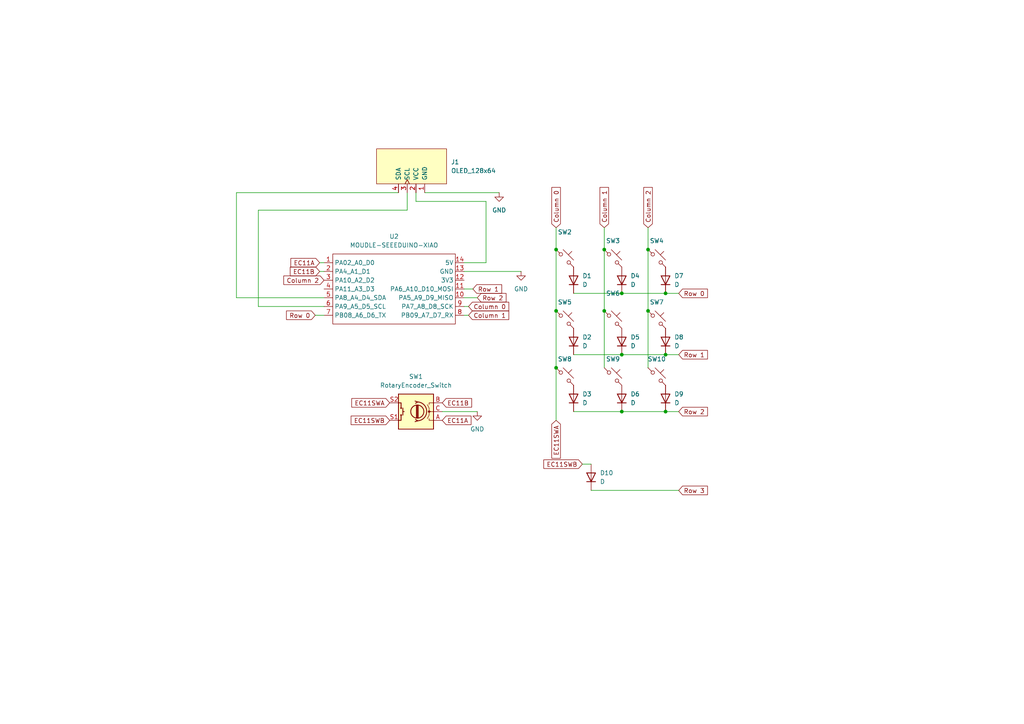
<source format=kicad_sch>
(kicad_sch (version 20231120) (generator "eeschema") (generator_version "8.0")
  (paper "A4")
  (lib_symbols
    (symbol "Device:D" (pin_numbers hide) (pin_names (offset 1.016) hide)
      (property "Reference" "D" (at 0 2.54 0))
      (property "Value" "D" (at 0 -2.54 0))
      (symbol "D_0_1"
        (polyline (pts (xy -1.27 1.27) (xy -1.27 -1.27)) (stroke (width 0.254)))
        (polyline (pts (xy 1.27 0) (xy -1.27 0)))
        (polyline (pts (xy 1.27 1.27) (xy 1.27 -1.27) (xy -1.27 0) (xy 1.27 1.27)) (stroke (width 0.254)))
      )
      (symbol "D_1_1"
        (pin passive line (at -3.81 0 0) (length 2.54) (name "K") (number "1"))
        (pin passive line (at 3.81 0 180) (length 2.54) (name "A") (number "2"))
      )
    )
    (symbol "Device:RotaryEncoder_Switch" (pin_names (offset 0.254) hide)
      (property "Reference" "SW" (at 0 6.604 0))
      (property "Value" "RotaryEncoder_Switch" (at 0 -6.604 0))
      (symbol "RotaryEncoder_Switch_0_1"
        (rectangle (start -5.08 5.08) (end 5.08 -5.08) (stroke (width 0.254)) (fill (type background)))
        (circle (center -3.81 0) (radius 0.254) (fill (type outline)))
        (circle (center -0.381 0) (radius 1.905) (stroke (width 0.254)))
        (arc (start -0.381 2.667) (mid -3.0988 -0.0635) (end -0.381 -2.794) (stroke (width 0.254)))
        (polyline (pts (xy -0.635 -1.778) (xy -0.635 1.778)) (stroke (width 0.254)))
        (polyline (pts (xy -0.381 -1.778) (xy -0.381 1.778)) (stroke (width 0.254)))
        (polyline (pts (xy -0.127 1.778) (xy -0.127 -1.778)) (stroke (width 0.254)))
        (polyline (pts (xy 3.81 0) (xy 3.429 0)) (stroke (width 0.254)))
        (polyline (pts (xy 3.81 1.016) (xy 3.81 -1.016)) (stroke (width 0.254)))
        (polyline (pts (xy -5.08 -2.54) (xy -3.81 -2.54) (xy -3.81 -2.032)))
        (polyline (pts (xy -5.08 2.54) (xy -3.81 2.54) (xy -3.81 2.032)))
        (polyline (pts (xy 0.254 -3.048) (xy -0.508 -2.794) (xy 0.127 -2.413)) (stroke (width 0.254)))
        (polyline (pts (xy 0.254 2.921) (xy -0.508 2.667) (xy 0.127 2.286)) (stroke (width 0.254)))
        (polyline (pts (xy 5.08 -2.54) (xy 4.318 -2.54) (xy 4.318 -1.016)) (stroke (width 0.254)))
        (polyline (pts (xy 5.08 2.54) (xy 4.318 2.54) (xy 4.318 1.016)) (stroke (width 0.254)))
        (polyline (pts (xy -5.08 0) (xy -3.81 0) (xy -3.81 -1.016) (xy -3.302 -2.032)))
        (polyline (pts (xy -4.318 0) (xy -3.81 0) (xy -3.81 1.016) (xy -3.302 2.032)))
        (circle (center 4.318 -1.016) (radius 0.127) (stroke (width 0.254)))
        (circle (center 4.318 1.016) (radius 0.127) (stroke (width 0.254)))
      )
      (symbol "RotaryEncoder_Switch_1_1"
        (pin passive line (at -7.62 2.54 0) (length 2.54) (name "A") (number "A"))
        (pin passive line (at -7.62 -2.54 0) (length 2.54) (name "B") (number "B"))
        (pin passive line (at -7.62 0 0) (length 2.54) (name "C") (number "C"))
        (pin passive line (at 7.62 2.54 180) (length 2.54) (name "S1") (number "S1"))
        (pin passive line (at 7.62 -2.54 180) (length 2.54) (name "S2") (number "S2"))
      )
    )
    (symbol "MOUDLE-SEEEDUINO-XIAO:MOUDLE-SEEEDUINO-XIAO"
      (property "Reference" "U" (at -16.51 11.43 0))
      (property "Value" "MOUDLE-SEEEDUINO-XIAO" (at -3.81 -11.43 0))
      (symbol "MOUDLE-SEEEDUINO-XIAO_0_1"
        (rectangle (start -16.51 10.16) (end 19.05 -10.16))
      )
      (symbol "MOUDLE-SEEEDUINO-XIAO_1_1"
        (pin passive line (at -19.05 7.62 0) (length 2.54) (name "PA02_A0_D0") (number "1"))
        (pin passive line (at 21.59 -2.54 180) (length 2.54) (name "PA5_A9_D9_MISO") (number "10"))
        (pin passive line (at 21.59 0 180) (length 2.54) (name "PA6_A10_D10_MOSI") (number "11"))
        (pin passive line (at 21.59 2.54 180) (length 2.54) (name "3V3") (number "12"))
        (pin passive line (at 21.59 5.08 180) (length 2.54) (name "GND") (number "13"))
        (pin passive line (at 21.59 7.62 180) (length 2.54) (name "5V") (number "14"))
        (pin passive line (at -19.05 5.08 0) (length 2.54) (name "PA4_A1_D1") (number "2"))
        (pin passive line (at -19.05 2.54 0) (length 2.54) (name "PA10_A2_D2") (number "3"))
        (pin passive line (at -19.05 0 0) (length 2.54) (name "PA11_A3_D3") (number "4"))
        (pin passive line (at -19.05 -2.54 0) (length 2.54) (name "PA8_A4_D4_SDA") (number "5"))
        (pin passive line (at -19.05 -5.08 0) (length 2.54) (name "PA9_A5_D5_SCL") (number "6"))
        (pin passive line (at -19.05 -7.62 0) (length 2.54) (name "PB08_A6_D6_TX") (number "7"))
        (pin passive line (at 21.59 -7.62 180) (length 2.54) (name "PB09_A7_D7_RX") (number "8"))
        (pin passive line (at 21.59 -5.08 180) (length 2.54) (name "PA7_A8_D8_SCK") (number "9"))
      )
    )
    (symbol "ScottoKeebs:OLED_128x64" (pin_names (offset 1.016))
      (property "Reference" "J" (at 0 -11.43 0))
      (property "Value" "OLED_128x64" (at 0 -7.62 0))
      (symbol "OLED_128x64_0_1"
        (rectangle (start 10.16 -10.16) (end -10.16 0) (fill (type background)))
      )
      (symbol "OLED_128x64_1_1"
        (pin power_in line (at -3.81 2.54 270) (length 2.54) (name "GND") (number "1"))
        (pin power_in line (at -1.27 2.54 270) (length 2.54) (name "VCC") (number "2"))
        (pin input clock (at 1.27 2.54 270) (length 2.54) (name "SCL") (number "3"))
        (pin bidirectional line (at 3.81 2.54 270) (length 2.54) (name "SDA") (number "4"))
      )
    )
    (symbol "Switch:SW_Push_45deg" (pin_numbers hide) (pin_names (offset 1.016) hide)
      (property "Reference" "SW" (at 3.048 1.016 0))
      (property "Value" "SW_Push_45deg" (at 0 -3.81 0))
      (symbol "SW_Push_45deg_0_1"
        (circle (center -1.1684 1.1684) (radius 0.508))
        (polyline (pts (xy -0.508 2.54) (xy 2.54 -0.508)))
        (polyline (pts (xy 1.016 1.016) (xy 2.032 2.032)))
        (polyline (pts (xy -2.54 2.54) (xy -1.524 1.524) (xy -1.524 1.524)))
        (polyline (pts (xy 1.524 -1.524) (xy 2.54 -2.54) (xy 2.54 -2.54) (xy 2.54 -2.54)))
        (circle (center 1.143 -1.1938) (radius 0.508))
        (pin passive line (at -2.54 2.54 0) (length 0) (name "1") (number "1"))
        (pin passive line (at 2.54 -2.54 180) (length 0) (name "2") (number "2"))
      )
    )
    (symbol "power:GND" (power) (pin_numbers hide) (pin_names (offset 0) hide)
      (property "Value" "GND" (at 0 -3.81 0))
      (symbol "GND_0_1"
        (polyline (pts (xy 0 0) (xy 0 -1.27) (xy 1.27 -1.27) (xy 0 -2.54) (xy -1.27 -1.27) (xy 0 -1.27)))
      )
      (symbol "GND_1_1"
        (pin power_in line (at 0 0 270) (length 0) (name "~") (number "1"))
      )
    )
  )
  (junction (at 161.29 90.17))
  (junction (at 193.04 119.38))
  (junction (at 180.34 119.38))
  (junction (at 175.26 72.39))
  (junction (at 193.04 85.09))
  (junction (at 161.29 106.68))
  (junction (at 161.29 72.39))
  (junction (at 175.26 90.17))
  (junction (at 193.04 102.87))
  (junction (at 187.96 90.17))
  (junction (at 180.34 85.09))
  (junction (at 187.96 72.39))
  (junction (at 180.34 102.87))
  (wire (pts (xy 161.29 121.92) (xy 161.29 106.68)))
  (wire (pts (xy 161.29 66.04) (xy 161.29 72.39)))
  (wire (pts (xy 180.34 85.09) (xy 193.04 85.09)))
  (wire (pts (xy 135.89 88.9) (xy 134.62 88.9)))
  (wire (pts (xy 166.37 102.87) (xy 180.34 102.87)))
  (wire (pts (xy 115.57 55.88) (xy 68.58 55.88)))
  (wire (pts (xy 180.34 119.38) (xy 193.04 119.38)))
  (wire (pts (xy 196.85 85.09) (xy 193.04 85.09)))
  (wire (pts (xy 92.71 76.2) (xy 93.98 76.2)))
  (wire (pts (xy 92.71 78.74) (xy 93.98 78.74)))
  (wire (pts (xy 137.16 83.82) (xy 134.62 83.82)))
  (wire (pts (xy 120.65 58.42) (xy 140.97 58.42)))
  (wire (pts (xy 118.11 55.88) (xy 118.11 60.96)))
  (wire (pts (xy 140.97 76.2) (xy 134.62 76.2)))
  (wire (pts (xy 135.89 91.44) (xy 134.62 91.44)))
  (wire (pts (xy 118.11 60.96) (xy 74.93 60.96)))
  (wire (pts (xy 187.96 90.17) (xy 187.96 106.68)))
  (wire (pts (xy 161.29 72.39) (xy 161.29 90.17)))
  (wire (pts (xy 187.96 72.39) (xy 187.96 90.17)))
  (wire (pts (xy 166.37 119.38) (xy 180.34 119.38)))
  (wire (pts (xy 187.96 66.04) (xy 187.96 72.39)))
  (wire (pts (xy 180.34 102.87) (xy 193.04 102.87)))
  (wire (pts (xy 68.58 55.88) (xy 68.58 86.36)))
  (wire (pts (xy 175.26 66.04) (xy 175.26 72.39)))
  (wire (pts (xy 161.29 90.17) (xy 161.29 106.68)))
  (wire (pts (xy 74.93 60.96) (xy 74.93 88.9)))
  (wire (pts (xy 175.26 90.17) (xy 175.26 106.68)))
  (wire (pts (xy 68.58 86.36) (xy 93.98 86.36)))
  (wire (pts (xy 196.85 119.38) (xy 193.04 119.38)))
  (wire (pts (xy 175.26 72.39) (xy 175.26 90.17)))
  (wire (pts (xy 138.43 86.36) (xy 134.62 86.36)))
  (wire (pts (xy 166.37 85.09) (xy 180.34 85.09)))
  (wire (pts (xy 123.19 55.88) (xy 144.78 55.88)))
  (wire (pts (xy 168.91 134.62) (xy 171.45 134.62)))
  (wire (pts (xy 74.93 88.9) (xy 93.98 88.9)))
  (wire (pts (xy 128.27 119.38) (xy 138.43 119.38)))
  (wire (pts (xy 91.44 91.44) (xy 93.98 91.44)))
  (wire (pts (xy 120.65 55.88) (xy 120.65 58.42)))
  (wire (pts (xy 134.62 78.74) (xy 151.13 78.74)))
  (wire (pts (xy 140.97 58.42) (xy 140.97 76.2)))
  (wire (pts (xy 196.85 102.87) (xy 193.04 102.87)))
  (wire (pts (xy 196.85 142.24) (xy 171.45 142.24)))
  (global_label "Column 2" (shape input) (at 93.98 81.28 180) (property "Intersheetrefs" "${INTERSHEET_REFS}" (effects (hide yes))))
  (global_label "Row 2" (shape input) (at 196.85 119.38 0) (property "Intersheetrefs" "${INTERSHEET_REFS}" (effects (hide yes))))
  (global_label "Row 1" (shape input) (at 137.16 83.82 0) (property "Intersheetrefs" "${INTERSHEET_REFS}" (effects (hide yes))))
  (global_label "Row 0" (shape input) (at 196.85 85.09 0) (property "Intersheetrefs" "${INTERSHEET_REFS}" (effects (hide yes))))
  (global_label "EC11SWA" (shape input) (at 161.29 121.92 270) (property "Intersheetrefs" "${INTERSHEET_REFS}" (effects (hide yes))))
  (global_label "Column 1" (shape input) (at 135.89 91.44 0) (property "Intersheetrefs" "${INTERSHEET_REFS}" (effects (hide yes))))
  (global_label "EC11A" (shape input) (at 128.27 121.92 0) (property "Intersheetrefs" "${INTERSHEET_REFS}" (effects (hide yes))))
  (global_label "EC11SWA" (shape input) (at 113.03 116.84 180) (property "Intersheetrefs" "${INTERSHEET_REFS}" (effects (hide yes))))
  (global_label "Row 2" (shape input) (at 138.43 86.36 0) (property "Intersheetrefs" "${INTERSHEET_REFS}" (effects (hide yes))))
  (global_label "Column 2" (shape input) (at 187.96 66.04 90) (property "Intersheetrefs" "${INTERSHEET_REFS}" (effects (hide yes))))
  (global_label "EC11SWB" (shape input) (at 113.03 121.92 180) (property "Intersheetrefs" "${INTERSHEET_REFS}" (effects (hide yes))))
  (global_label "Column 0" (shape input) (at 161.29 66.04 90) (property "Intersheetrefs" "${INTERSHEET_REFS}" (effects (hide yes))))
  (global_label "Row 3" (shape input) (at 196.85 142.24 0) (property "Intersheetrefs" "${INTERSHEET_REFS}" (effects (hide yes))))
  (global_label "Row 0" (shape input) (at 91.44 91.44 180) (property "Intersheetrefs" "${INTERSHEET_REFS}" (effects (hide yes))))
  (global_label "EC11B" (shape input) (at 92.71 78.74 180) (property "Intersheetrefs" "${INTERSHEET_REFS}" (effects (hide yes))))
  (global_label "EC11SWB" (shape input) (at 168.91 134.62 180) (property "Intersheetrefs" "${INTERSHEET_REFS}" (effects (hide yes))))
  (global_label "Column 0" (shape input) (at 135.89 88.9 0) (property "Intersheetrefs" "${INTERSHEET_REFS}" (effects (hide yes))))
  (global_label "Row 1" (shape input) (at 196.85 102.87 0) (property "Intersheetrefs" "${INTERSHEET_REFS}" (effects (hide yes))))
  (global_label "EC11B" (shape input) (at 128.27 116.84 0) (property "Intersheetrefs" "${INTERSHEET_REFS}" (effects (hide yes))))
  (global_label "EC11A" (shape input) (at 92.71 76.2 180) (property "Intersheetrefs" "${INTERSHEET_REFS}" (effects (hide yes))))
  (global_label "Column 1" (shape input) (at 175.26 66.04 90) (property "Intersheetrefs" "${INTERSHEET_REFS}" (effects (hide yes))))
  (symbol (lib_id "Switch:SW_Push_45deg") (at 163.83 74.93 0) (unit 1)
    (property "Reference" "SW2" (at 163.83 67.31 0))
    (property "Value" "SW_Push_45deg" (effects (hide yes)))
    (property "Footprint" "Button_Switch_Keyboard:SW_Cherry_MX_1.00u_PCB" (effects (hide yes)))
    (property "Description" "Push button switch, normally open, two pins, 45° tilted" (effects (hide yes)))
  )
  (symbol (lib_id "Device:D") (at 171.45 138.43 90) (unit 1)
    (property "Reference" "D10" (at 173.99 137.1599 90) (effects (justify right)))
    (property "Value" "D" (at 173.99 139.6999 90) (effects (justify right)))
    (property "Footprint" "Diode_THT:D_DO-35_SOD27_P7.62mm_Horizontal" (effects (hide yes)))
    (property "Description" "Diode" (effects (hide yes)))
    (property "Sim.Device" "D" (effects (hide yes)))
    (property "Sim.Pins" "1=K 2=A" (effects (hide yes)))
  )
  (symbol (lib_id "Switch:SW_Push_45deg") (at 163.83 109.22 0) (unit 1)
    (property "Reference" "SW8" (at 163.83 104.14 0))
    (property "Value" "SW_Push_45deg" (effects (hide yes)))
    (property "Footprint" "Button_Switch_Keyboard:SW_Cherry_MX_1.00u_PCB" (effects (hide yes)))
    (property "Description" "Push button switch, normally open, two pins, 45° tilted" (effects (hide yes)))
  )
  (symbol (lib_id "Switch:SW_Push_45deg") (at 190.5 74.93 0) (unit 1)
    (property "Reference" "SW4" (at 190.5 69.85 0))
    (property "Value" "SW_Push_45deg" (effects (hide yes)))
    (property "Footprint" "Button_Switch_Keyboard:SW_Cherry_MX_1.00u_PCB" (effects (hide yes)))
    (property "Description" "Push button switch, normally open, two pins, 45° tilted" (effects (hide yes)))
  )
  (symbol (lib_id "Device:D") (at 166.37 115.57 90) (unit 1)
    (property "Reference" "D3" (at 168.91 114.2999 90) (effects (justify right)))
    (property "Value" "D" (at 168.91 116.8399 90) (effects (justify right)))
    (property "Footprint" "Diode_THT:D_DO-35_SOD27_P7.62mm_Horizontal" (effects (hide yes)))
    (property "Description" "Diode" (effects (hide yes)))
    (property "Sim.Device" "D" (effects (hide yes)))
    (property "Sim.Pins" "1=K 2=A" (effects (hide yes)))
  )
  (symbol (lib_id "Device:D") (at 180.34 99.06 90) (unit 1)
    (property "Reference" "D5" (at 182.88 97.7899 90) (effects (justify right)))
    (property "Value" "D" (at 182.88 100.3299 90) (effects (justify right)))
    (property "Footprint" "Diode_THT:D_DO-35_SOD27_P7.62mm_Horizontal" (effects (hide yes)))
    (property "Description" "Diode" (effects (hide yes)))
    (property "Sim.Device" "D" (effects (hide yes)))
    (property "Sim.Pins" "1=K 2=A" (effects (hide yes)))
  )
  (symbol (lib_id "power:GND") (at 138.43 119.38 0) (unit 1)
    (property "Reference" "#PWR01" (effects (hide yes)))
    (property "Value" "GND" (at 138.43 124.46 0))
    (property "Description" "Power symbol creates a global label with name \"GND\" , ground" (effects (hide yes)))
  )
  (symbol (lib_id "Device:D") (at 193.04 81.28 90) (unit 1)
    (property "Reference" "D7" (at 195.58 80.0099 90) (effects (justify right)))
    (property "Value" "D" (at 195.58 82.5499 90) (effects (justify right)))
    (property "Footprint" "Diode_THT:D_DO-35_SOD27_P7.62mm_Horizontal" (effects (hide yes)))
    (property "Description" "Diode" (effects (hide yes)))
    (property "Sim.Device" "D" (effects (hide yes)))
    (property "Sim.Pins" "1=K 2=A" (effects (hide yes)))
  )
  (symbol (lib_id "Device:D") (at 180.34 81.28 90) (unit 1)
    (property "Reference" "D4" (at 182.88 80.0099 90) (effects (justify right)))
    (property "Value" "D" (at 182.88 82.5499 90) (effects (justify right)))
    (property "Footprint" "Diode_THT:D_DO-35_SOD27_P7.62mm_Horizontal" (effects (hide yes)))
    (property "Description" "Diode" (effects (hide yes)))
    (property "Sim.Device" "D" (effects (hide yes)))
    (property "Sim.Pins" "1=K 2=A" (effects (hide yes)))
  )
  (symbol (lib_id "Device:D") (at 180.34 115.57 90) (unit 1)
    (property "Reference" "D6" (at 182.88 114.2999 90) (effects (justify right)))
    (property "Value" "D" (at 182.88 116.8399 90) (effects (justify right)))
    (property "Footprint" "Diode_THT:D_DO-35_SOD27_P7.62mm_Horizontal" (effects (hide yes)))
    (property "Description" "Diode" (effects (hide yes)))
    (property "Sim.Device" "D" (effects (hide yes)))
    (property "Sim.Pins" "1=K 2=A" (effects (hide yes)))
  )
  (symbol (lib_id "MOUDLE-SEEEDUINO-XIAO:MOUDLE-SEEEDUINO-XIAO") (at 113.03 83.82 0) (unit 1)
    (property "Reference" "U2" (at 114.3 68.58 0))
    (property "Value" "MOUDLE-SEEEDUINO-XIAO" (at 114.3 71.12 0))
    (property "Footprint" "Seeed Studio XIAO Series Library:XIAO-nRF52840-DIP" (effects (hide yes)))
  )
  (symbol (lib_id "Switch:SW_Push_45deg") (at 177.8 74.93 0) (unit 1)
    (property "Reference" "SW3" (at 177.8 69.85 0))
    (property "Value" "SW_Push_45deg" (effects (hide yes)))
    (property "Footprint" "Button_Switch_Keyboard:SW_Cherry_MX_1.00u_PCB" (effects (hide yes)))
    (property "Description" "Push button switch, normally open, two pins, 45° tilted" (effects (hide yes)))
  )
  (symbol (lib_id "power:GND") (at 151.13 78.74 0) (unit 1)
    (property "Reference" "#PWR03" (effects (hide yes)))
    (property "Value" "GND" (at 151.13 83.82 0))
    (property "Description" "Power symbol creates a global label with name \"GND\" , ground" (effects (hide yes)))
  )
  (symbol (lib_id "Device:D") (at 193.04 99.06 90) (unit 1)
    (property "Reference" "D8" (at 195.58 97.7899 90) (effects (justify right)))
    (property "Value" "D" (at 195.58 100.3299 90) (effects (justify right)))
    (property "Footprint" "Diode_THT:D_DO-35_SOD27_P7.62mm_Horizontal" (effects (hide yes)))
    (property "Description" "Diode" (effects (hide yes)))
    (property "Sim.Device" "D" (effects (hide yes)))
    (property "Sim.Pins" "1=K 2=A" (effects (hide yes)))
  )
  (symbol (lib_id "ScottoKeebs:OLED_128x64") (at 119.38 53.34 180) (unit 1)
    (property "Reference" "J1" (at 130.81 46.9899 0) (effects (justify right)))
    (property "Value" "OLED_128x64" (at 130.81 49.5299 0) (effects (justify right)))
    (property "Footprint" "KiCad-SSD1306-0.91-OLED-4pin-128x32.pretty-master:SSD1306-0.91-OLED-4pin-128x32" (effects (hide yes)))
  )
  (symbol (lib_id "Switch:SW_Push_45deg") (at 190.5 92.71 0) (unit 1)
    (property "Reference" "SW7" (at 190.5 87.63 0))
    (property "Value" "SW_Push_45deg" (effects (hide yes)))
    (property "Footprint" "Button_Switch_Keyboard:SW_Cherry_MX_1.00u_PCB" (effects (hide yes)))
    (property "Description" "Push button switch, normally open, two pins, 45° tilted" (effects (hide yes)))
  )
  (symbol (lib_id "Switch:SW_Push_45deg") (at 163.83 92.71 0) (unit 1)
    (property "Reference" "SW5" (at 163.83 87.63 0))
    (property "Value" "SW_Push_45deg" (effects (hide yes)))
    (property "Footprint" "Button_Switch_Keyboard:SW_Cherry_MX_1.00u_PCB" (effects (hide yes)))
    (property "Description" "Push button switch, normally open, two pins, 45° tilted" (effects (hide yes)))
  )
  (symbol (lib_id "Device:D") (at 193.04 115.57 90) (unit 1)
    (property "Reference" "D9" (at 195.58 114.2999 90) (effects (justify right)))
    (property "Value" "D" (at 195.58 116.8399 90) (effects (justify right)))
    (property "Footprint" "Diode_THT:D_DO-35_SOD27_P7.62mm_Horizontal" (effects (hide yes)))
    (property "Description" "Diode" (effects (hide yes)))
    (property "Sim.Device" "D" (effects (hide yes)))
    (property "Sim.Pins" "1=K 2=A" (effects (hide yes)))
  )
  (symbol (lib_id "Switch:SW_Push_45deg") (at 190.5 109.22 0) (unit 1)
    (property "Reference" "SW10" (at 190.5 104.14 0))
    (property "Value" "SW_Push_45deg" (effects (hide yes)))
    (property "Footprint" "Button_Switch_Keyboard:SW_Cherry_MX_1.00u_PCB" (effects (hide yes)))
    (property "Description" "Push button switch, normally open, two pins, 45° tilted" (effects (hide yes)))
  )
  (symbol (lib_id "Switch:SW_Push_45deg") (at 177.8 109.22 0) (unit 1)
    (property "Reference" "SW9" (at 177.8 104.14 0))
    (property "Value" "SW_Push_45deg" (effects (hide yes)))
    (property "Footprint" "Button_Switch_Keyboard:SW_Cherry_MX_1.00u_PCB" (effects (hide yes)))
    (property "Description" "Push button switch, normally open, two pins, 45° tilted" (effects (hide yes)))
  )
  (symbol (lib_id "power:GND") (at 144.78 55.88 0) (unit 1)
    (property "Reference" "#PWR02" (effects (hide yes)))
    (property "Value" "GND" (at 144.78 60.96 0))
    (property "Description" "Power symbol creates a global label with name \"GND\" , ground" (effects (hide yes)))
  )
  (symbol (lib_id "Device:D") (at 166.37 99.06 90) (unit 1)
    (property "Reference" "D2" (at 168.91 97.7899 90) (effects (justify right)))
    (property "Value" "D" (at 168.91 100.3299 90) (effects (justify right)))
    (property "Footprint" "Diode_THT:D_DO-35_SOD27_P7.62mm_Horizontal" (effects (hide yes)))
    (property "Description" "Diode" (effects (hide yes)))
    (property "Sim.Device" "D" (effects (hide yes)))
    (property "Sim.Pins" "1=K 2=A" (effects (hide yes)))
  )
  (symbol (lib_id "Device:RotaryEncoder_Switch") (at 120.65 119.38 180) (unit 1)
    (property "Reference" "SW1" (at 120.65 109.22 0))
    (property "Value" "RotaryEncoder_Switch" (at 120.65 111.76 0))
    (property "Footprint" "Rotary_Encoder:RotaryEncoder_Alps_EC11E-Switch_Vertical_H20mm" (effects (hide yes)))
    (property "Description" "Rotary encoder, dual channel, incremental quadrate outputs, with switch" (effects (hide yes)))
  )
  (symbol (lib_id "Switch:SW_Push_45deg") (at 177.8 92.71 0) (unit 1)
    (property "Reference" "SW6" (at 177.8 85.09 0))
    (property "Value" "SW_Push_45deg" (effects (hide yes)))
    (property "Footprint" "Button_Switch_Keyboard:SW_Cherry_MX_1.00u_PCB" (effects (hide yes)))
    (property "Description" "Push button switch, normally open, two pins, 45° tilted" (effects (hide yes)))
  )
  (symbol (lib_id "Device:D") (at 166.37 81.28 90) (unit 1)
    (property "Reference" "D1" (at 168.91 80.0099 90) (effects (justify right)))
    (property "Value" "D" (at 168.91 82.5499 90) (effects (justify right)))
    (property "Footprint" "Diode_THT:D_DO-35_SOD27_P7.62mm_Horizontal" (effects (hide yes)))
    (property "Description" "Diode" (effects (hide yes)))
    (property "Sim.Device" "D" (effects (hide yes)))
    (property "Sim.Pins" "1=K 2=A" (effects (hide yes)))
  )
)
</source>
